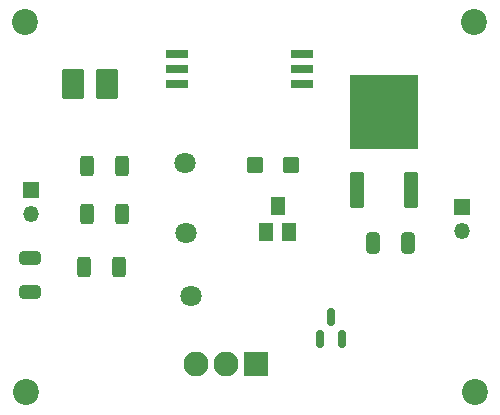
<source format=gbr>
%TF.GenerationSoftware,KiCad,Pcbnew,8.0.1*%
%TF.CreationDate,2024-11-21T22:36:30+00:00*%
%TF.ProjectId,Heating Element,48656174-696e-4672-9045-6c656d656e74,1*%
%TF.SameCoordinates,Original*%
%TF.FileFunction,Soldermask,Top*%
%TF.FilePolarity,Negative*%
%FSLAX46Y46*%
G04 Gerber Fmt 4.6, Leading zero omitted, Abs format (unit mm)*
G04 Created by KiCad (PCBNEW 8.0.1) date 2024-11-21 22:36:30*
%MOMM*%
%LPD*%
G01*
G04 APERTURE LIST*
G04 Aperture macros list*
%AMRoundRect*
0 Rectangle with rounded corners*
0 $1 Rounding radius*
0 $2 $3 $4 $5 $6 $7 $8 $9 X,Y pos of 4 corners*
0 Add a 4 corners polygon primitive as box body*
4,1,4,$2,$3,$4,$5,$6,$7,$8,$9,$2,$3,0*
0 Add four circle primitives for the rounded corners*
1,1,$1+$1,$2,$3*
1,1,$1+$1,$4,$5*
1,1,$1+$1,$6,$7*
1,1,$1+$1,$8,$9*
0 Add four rect primitives between the rounded corners*
20,1,$1+$1,$2,$3,$4,$5,0*
20,1,$1+$1,$4,$5,$6,$7,0*
20,1,$1+$1,$6,$7,$8,$9,0*
20,1,$1+$1,$8,$9,$2,$3,0*%
G04 Aperture macros list end*
%ADD10C,1.800000*%
%ADD11R,1.350000X1.350000*%
%ADD12O,1.350000X1.350000*%
%ADD13RoundRect,0.250000X0.650000X-0.325000X0.650000X0.325000X-0.650000X0.325000X-0.650000X-0.325000X0*%
%ADD14C,2.200000*%
%ADD15RoundRect,0.102000X-0.800000X-1.200000X0.800000X-1.200000X0.800000X1.200000X-0.800000X1.200000X0*%
%ADD16RoundRect,0.250000X-0.312500X-0.625000X0.312500X-0.625000X0.312500X0.625000X-0.312500X0.625000X0*%
%ADD17RoundRect,0.102000X0.500000X-0.700000X0.500000X0.700000X-0.500000X0.700000X-0.500000X-0.700000X0*%
%ADD18R,1.850000X0.650000*%
%ADD19RoundRect,0.102000X0.955000X0.955000X-0.955000X0.955000X-0.955000X-0.955000X0.955000X-0.955000X0*%
%ADD20C,2.114000*%
%ADD21RoundRect,0.102000X-0.485000X-1.415000X0.485000X-1.415000X0.485000X1.415000X-0.485000X1.415000X0*%
%ADD22RoundRect,0.102000X-2.815000X-3.045000X2.815000X-3.045000X2.815000X3.045000X-2.815000X3.045000X0*%
%ADD23RoundRect,0.250000X-0.325000X-0.650000X0.325000X-0.650000X0.325000X0.650000X-0.325000X0.650000X0*%
%ADD24RoundRect,0.102000X-0.555000X-0.610000X0.555000X-0.610000X0.555000X0.610000X-0.555000X0.610000X0*%
%ADD25RoundRect,0.150000X0.150000X-0.587500X0.150000X0.587500X-0.150000X0.587500X-0.150000X-0.587500X0*%
G04 APERTURE END LIST*
D10*
%TO.C,TP1*%
X112530000Y-92400000D03*
%TD*%
D11*
%TO.C,J1*%
X99560000Y-94680000D03*
D12*
X99560000Y-96680000D03*
%TD*%
D13*
%TO.C,C1*%
X99450000Y-103325000D03*
X99450000Y-100375000D03*
%TD*%
D10*
%TO.C,TP3*%
X113050000Y-103620000D03*
%TD*%
D14*
%TO.C,H4*%
X137158400Y-111763200D03*
%TD*%
D15*
%TO.C,D2*%
X103105000Y-85670000D03*
X105955000Y-85670000D03*
%TD*%
D16*
%TO.C,R3*%
X104010000Y-101150000D03*
X106935000Y-101150000D03*
%TD*%
D17*
%TO.C,D1*%
X119446000Y-98178800D03*
X121346000Y-98178800D03*
X120396000Y-95978800D03*
%TD*%
D18*
%TO.C,IC1*%
X111845000Y-83130000D03*
X111845000Y-84400000D03*
X111845000Y-85670000D03*
X122495000Y-85670000D03*
X122495000Y-84400000D03*
X122495000Y-83130000D03*
%TD*%
D16*
%TO.C,R1*%
X104267500Y-92630000D03*
X107192500Y-92630000D03*
%TD*%
D14*
%TO.C,H1*%
X99009200Y-80467200D03*
%TD*%
%TO.C,H2*%
X137058400Y-80467200D03*
%TD*%
D10*
%TO.C,TP2*%
X112680000Y-98310000D03*
%TD*%
D19*
%TO.C,U1*%
X118540000Y-109400000D03*
D20*
X116000000Y-109400000D03*
X113460000Y-109400000D03*
%TD*%
D21*
%TO.C,U2*%
X127097600Y-94665600D03*
D22*
X129387600Y-88015600D03*
D21*
X131677600Y-94665600D03*
%TD*%
D23*
%TO.C,C2*%
X128471400Y-99161600D03*
X131421400Y-99161600D03*
%TD*%
D16*
%TO.C,R2*%
X104267500Y-96660000D03*
X107192500Y-96660000D03*
%TD*%
D24*
%TO.C,D4*%
X118464400Y-92506800D03*
X121564400Y-92506800D03*
%TD*%
D25*
%TO.C,D3*%
X123975000Y-107275000D03*
X125875000Y-107275000D03*
X124925000Y-105400000D03*
%TD*%
D14*
%TO.C,H3*%
X99109200Y-111763200D03*
%TD*%
D11*
%TO.C,J2*%
X136042400Y-96129600D03*
D12*
X136042400Y-98129600D03*
%TD*%
M02*

</source>
